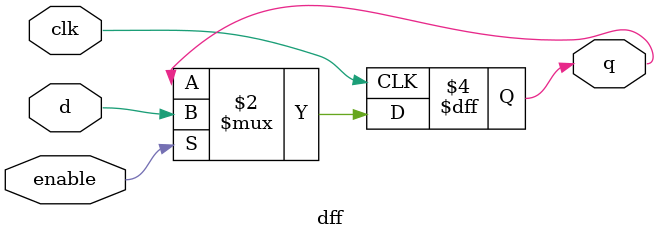
<source format=v>
/* 
 * D-Flip-Flop to hold the serial out from shift register 
*/

module dff
(
    input clk,
    input enable,
    input       d,
    output reg  q
);
    always @(posedge clk) begin
        if(enable) begin
            q <= d;
        end
    end
endmodule
</source>
